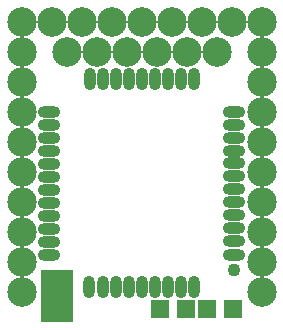
<source format=gbr>
G04 #@! TF.FileFunction,Soldermask,Top*
%FSLAX46Y46*%
G04 Gerber Fmt 4.6, Leading zero omitted, Abs format (unit mm)*
G04 Created by KiCad (PCBNEW 4.0.6) date 08/13/17 18:46:42*
%MOMM*%
%LPD*%
G01*
G04 APERTURE LIST*
%ADD10C,0.100000*%
%ADD11R,1.600000X1.600000*%
%ADD12C,2.500000*%
%ADD13O,1.900000X1.000000*%
%ADD14O,1.000000X1.900000*%
%ADD15C,1.100000*%
%ADD16R,2.820000X4.400000*%
G04 APERTURE END LIST*
D10*
D11*
X156951000Y-89645000D03*
X159151000Y-89645000D03*
X155141000Y-89645000D03*
X152941000Y-89645000D03*
D12*
X157761000Y-67845000D03*
X155221000Y-67845000D03*
X152681000Y-67845000D03*
X150141000Y-67845000D03*
X147601000Y-67845000D03*
X145061000Y-67845000D03*
D13*
X143571000Y-83895000D03*
X143571000Y-82795000D03*
X143571000Y-81695000D03*
X143571000Y-80595000D03*
X143571000Y-79495000D03*
X143561000Y-78395000D03*
X143571000Y-77295000D03*
X143561000Y-76195000D03*
X143561000Y-75095000D03*
X143561000Y-73995000D03*
X143571000Y-72885000D03*
X143571000Y-84995000D03*
D14*
X147006000Y-87730000D03*
X148116000Y-87740000D03*
X149216000Y-87740000D03*
X150316000Y-87740000D03*
X151416000Y-87730000D03*
X152516000Y-87740000D03*
X153616000Y-87730000D03*
X154716000Y-87730000D03*
X155816000Y-87730000D03*
X147016000Y-70150000D03*
X148116000Y-70150000D03*
X149216000Y-70150000D03*
X150316000Y-70140000D03*
X151416000Y-70150000D03*
X152516000Y-70140000D03*
X153616000Y-70140000D03*
X154716000Y-70140000D03*
X155826000Y-70150000D03*
D13*
X159261000Y-72885000D03*
X159261000Y-73985000D03*
X159261000Y-84995000D03*
X159271000Y-83885000D03*
X159271000Y-82785000D03*
X159271000Y-81685000D03*
X159261000Y-80585000D03*
X159271000Y-79485000D03*
X159261000Y-78385000D03*
X159261000Y-77285000D03*
X159261000Y-76185000D03*
X159261000Y-75085000D03*
X159261000Y-73985000D03*
D15*
X159271000Y-86295000D03*
D16*
X144231000Y-88515000D03*
D12*
X161571000Y-67845000D03*
X161571000Y-70385000D03*
X161571000Y-72925000D03*
X161571000Y-75465000D03*
X161571000Y-78005000D03*
X161571000Y-80545000D03*
X161571000Y-83085000D03*
X161571000Y-85625000D03*
X161571000Y-88165000D03*
X161571000Y-65305000D03*
X159031000Y-65305000D03*
X156491000Y-65305000D03*
X153951000Y-65305000D03*
X151411000Y-65305000D03*
X148871000Y-65305000D03*
X146331000Y-65305000D03*
X143791000Y-65305000D03*
X141251000Y-65305000D03*
X141251000Y-67845000D03*
X141251000Y-70385000D03*
X141251000Y-72925000D03*
X141251000Y-75465000D03*
X141251000Y-78005000D03*
X141251000Y-80545000D03*
X141251000Y-83085000D03*
X141251000Y-85625000D03*
X141251000Y-88165000D03*
M02*

</source>
